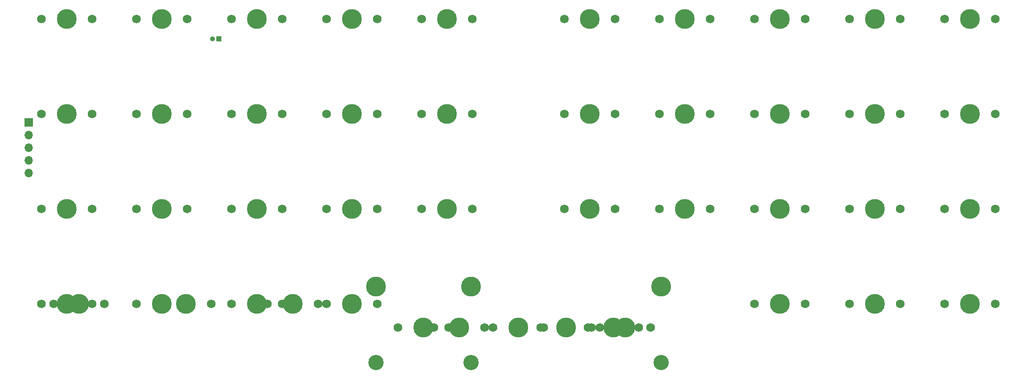
<source format=gbr>
%TF.GenerationSoftware,KiCad,Pcbnew,(7.0.0-0)*%
%TF.CreationDate,2023-07-17T12:18:46-04:00*%
%TF.ProjectId,cutiepie2040_ortho,63757469-6570-4696-9532-3034305f6f72,rev?*%
%TF.SameCoordinates,Original*%
%TF.FileFunction,Soldermask,Top*%
%TF.FilePolarity,Negative*%
%FSLAX46Y46*%
G04 Gerber Fmt 4.6, Leading zero omitted, Abs format (unit mm)*
G04 Created by KiCad (PCBNEW (7.0.0-0)) date 2023-07-17 12:18:46*
%MOMM*%
%LPD*%
G01*
G04 APERTURE LIST*
%ADD10C,1.750000*%
%ADD11C,3.987800*%
%ADD12C,3.048000*%
%ADD13R,1.000000X1.000000*%
%ADD14O,1.000000X1.000000*%
%ADD15R,1.700000X1.700000*%
%ADD16O,1.700000X1.700000*%
G04 APERTURE END LIST*
D10*
%TO.C,MX35*%
X230370000Y-55300000D03*
D11*
X235450000Y-55300000D03*
D10*
X240530000Y-55300000D03*
%TD*%
%TO.C,MX22*%
X154170000Y-93400000D03*
D11*
X159250000Y-93400000D03*
D10*
X164330000Y-93400000D03*
%TD*%
%TO.C,MX18*%
X125595000Y-93400000D03*
D11*
X130675000Y-93400000D03*
D10*
X135755000Y-93400000D03*
%TD*%
%TO.C,MX7*%
X78605000Y-93400000D03*
D11*
X73525000Y-93400000D03*
D10*
X68445000Y-93400000D03*
%TD*%
%TO.C,MX9*%
X87495000Y-55300000D03*
D11*
X92575000Y-55300000D03*
D10*
X97655000Y-55300000D03*
%TD*%
%TO.C,MX4*%
X49395000Y-112450000D03*
D11*
X54475000Y-112450000D03*
D10*
X59555000Y-112450000D03*
%TD*%
%TO.C,MX1*%
X49395000Y-55300000D03*
D11*
X54475000Y-55300000D03*
D10*
X59555000Y-55300000D03*
%TD*%
%TO.C,MX17*%
X125595000Y-74350000D03*
D11*
X130675000Y-74350000D03*
D10*
X135755000Y-74350000D03*
%TD*%
%TO.C,MX2*%
X49395000Y-74350000D03*
D11*
X54475000Y-74350000D03*
D10*
X59555000Y-74350000D03*
%TD*%
%TO.C,MX11*%
X87495000Y-93400000D03*
D11*
X92575000Y-93400000D03*
D10*
X97655000Y-93400000D03*
%TD*%
D11*
%TO.C,MX23*%
X135437500Y-108957500D03*
D12*
X135437500Y-124197500D03*
D10*
X149407500Y-117212500D03*
D11*
X154487500Y-117212500D03*
D10*
X159567500Y-117212500D03*
D11*
X173537500Y-108957500D03*
D12*
X173537500Y-124197500D03*
%TD*%
D10*
%TO.C,MX10*%
X87495000Y-74350000D03*
D11*
X92575000Y-74350000D03*
D10*
X97655000Y-74350000D03*
%TD*%
%TO.C,MX30*%
X192270000Y-112450000D03*
D11*
X197350000Y-112450000D03*
D10*
X202430000Y-112450000D03*
%TD*%
%TO.C,MX12*%
X94638750Y-112450000D03*
D11*
X99718750Y-112450000D03*
D10*
X104798750Y-112450000D03*
%TD*%
%TO.C,MX23*%
X158932500Y-117212500D03*
D11*
X164012500Y-117212500D03*
D10*
X169092500Y-117212500D03*
%TD*%
%TO.C,MX19*%
X116705000Y-112450000D03*
D11*
X111625000Y-112450000D03*
D10*
X106545000Y-112450000D03*
%TD*%
%TO.C,MX4*%
X51776250Y-112450000D03*
D11*
X56856250Y-112450000D03*
D10*
X61936250Y-112450000D03*
%TD*%
%TO.C,MX33*%
X211320000Y-93400000D03*
D11*
X216400000Y-93400000D03*
D10*
X221480000Y-93400000D03*
%TD*%
%TO.C,MX13*%
X106545000Y-55300000D03*
D11*
X111625000Y-55300000D03*
D10*
X116705000Y-55300000D03*
%TD*%
%TO.C,MX29*%
X192270000Y-93400000D03*
D11*
X197350000Y-93400000D03*
D10*
X202430000Y-93400000D03*
%TD*%
%TO.C,MX15*%
X106545000Y-93400000D03*
D11*
X111625000Y-93400000D03*
D10*
X116705000Y-93400000D03*
%TD*%
%TO.C,MX14*%
X106545000Y-74350000D03*
D11*
X111625000Y-74350000D03*
D10*
X116705000Y-74350000D03*
%TD*%
%TO.C,MX16*%
X125595000Y-55300000D03*
D11*
X130675000Y-55300000D03*
D10*
X135755000Y-55300000D03*
%TD*%
%TO.C,MX5*%
X68445000Y-55300000D03*
D11*
X73525000Y-55300000D03*
D10*
X78605000Y-55300000D03*
%TD*%
%TO.C,MX24*%
X173220000Y-55300000D03*
D11*
X178300000Y-55300000D03*
D10*
X183380000Y-55300000D03*
%TD*%
%TO.C,MX21*%
X154170000Y-74350000D03*
D11*
X159250000Y-74350000D03*
D10*
X164330000Y-74350000D03*
%TD*%
%TO.C,MX32*%
X211320000Y-74350000D03*
D11*
X216400000Y-74350000D03*
D10*
X221480000Y-74350000D03*
%TD*%
%TO.C,MX38*%
X230370000Y-112450000D03*
D11*
X235450000Y-112450000D03*
D10*
X240530000Y-112450000D03*
%TD*%
%TO.C,MX20*%
X154170000Y-55300000D03*
D11*
X159250000Y-55300000D03*
D10*
X164330000Y-55300000D03*
%TD*%
%TO.C,MX8*%
X83367500Y-112450000D03*
D11*
X78287500Y-112450000D03*
D10*
X73207500Y-112450000D03*
%TD*%
%TO.C,MX6*%
X68445000Y-74350000D03*
D11*
X73525000Y-74350000D03*
D10*
X78605000Y-74350000D03*
%TD*%
%TO.C,MX36*%
X230370000Y-74350000D03*
D11*
X235450000Y-74350000D03*
D10*
X240530000Y-74350000D03*
%TD*%
%TO.C,MX37*%
X230370000Y-93400000D03*
D11*
X235450000Y-93400000D03*
D10*
X240530000Y-93400000D03*
%TD*%
%TO.C,MX8*%
X68445000Y-112450000D03*
D11*
X73525000Y-112450000D03*
D10*
X78605000Y-112450000D03*
%TD*%
%TO.C,MX26*%
X173220000Y-93400000D03*
D11*
X178300000Y-93400000D03*
D10*
X183380000Y-93400000D03*
%TD*%
D11*
%TO.C,MX19*%
X116387500Y-108957500D03*
D12*
X116387500Y-124197500D03*
D10*
X139882500Y-117212500D03*
D11*
X144962500Y-117212500D03*
D10*
X150042500Y-117212500D03*
D11*
X173537500Y-108957500D03*
D12*
X173537500Y-124197500D03*
%TD*%
D10*
%TO.C,MX19*%
X127976250Y-117212500D03*
D11*
X133056250Y-117212500D03*
D10*
X138136250Y-117212500D03*
%TD*%
%TO.C,MX23*%
X161313750Y-117212500D03*
D11*
X166393750Y-117212500D03*
D10*
X171473750Y-117212500D03*
%TD*%
%TO.C,MX12*%
X87495000Y-112450000D03*
D11*
X92575000Y-112450000D03*
D10*
X97655000Y-112450000D03*
%TD*%
%TO.C,MX3*%
X49395000Y-93400000D03*
D11*
X54475000Y-93400000D03*
D10*
X59555000Y-93400000D03*
%TD*%
%TO.C,MX27*%
X192270000Y-55300000D03*
D11*
X197350000Y-55300000D03*
D10*
X202430000Y-55300000D03*
%TD*%
%TO.C,MX28*%
X192270000Y-74350000D03*
D11*
X197350000Y-74350000D03*
D10*
X202430000Y-74350000D03*
%TD*%
%TO.C,MX25*%
X173220000Y-74350000D03*
D11*
X178300000Y-74350000D03*
D10*
X183380000Y-74350000D03*
%TD*%
%TO.C,MX34*%
X211320000Y-112450000D03*
D11*
X216400000Y-112450000D03*
D10*
X221480000Y-112450000D03*
%TD*%
%TO.C,MX19*%
X120832500Y-117212500D03*
D11*
X125912500Y-117212500D03*
D10*
X130992500Y-117212500D03*
%TD*%
%TO.C,MX31*%
X211320000Y-55300000D03*
D11*
X216400000Y-55300000D03*
D10*
X221480000Y-55300000D03*
%TD*%
D13*
%TO.C,SW1*%
X84899999Y-59249999D03*
D14*
X83629999Y-59249999D03*
%TD*%
D15*
%TO.C,J2*%
X46799999Y-76024999D03*
D16*
X46799999Y-78564999D03*
X46799999Y-81104999D03*
X46799999Y-83644999D03*
X46799999Y-86184999D03*
%TD*%
M02*

</source>
